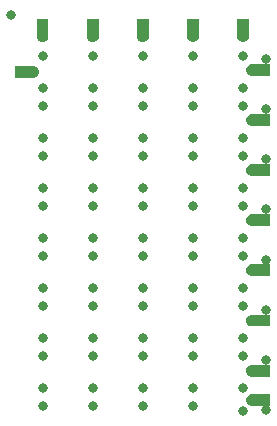
<source format=gbs>
G04*
G04 #@! TF.GenerationSoftware,Altium Limited,Altium Designer,20.1.14 (287)*
G04*
G04 Layer_Color=16711935*
%FSLAX25Y25*%
%MOIN*%
G70*
G04*
G04 #@! TF.SameCoordinates,EDD9B4B2-C76D-452E-86CE-AE9E56570F27*
G04*
G04*
G04 #@! TF.FilePolarity,Negative*
G04*
G01*
G75*
%ADD10C,0.03200*%
G36*
X249669Y388631D02*
X243372D01*
X242648Y388930D01*
X242094Y389484D01*
X241795Y390208D01*
Y390599D01*
Y390991D01*
X242094Y391714D01*
X242648Y392268D01*
X243372Y392567D01*
X243763D01*
X249669Y392567D01*
Y388631D01*
D02*
G37*
G36*
Y371926D02*
X243372D01*
X242648Y372225D01*
X242094Y372779D01*
X241795Y373503D01*
Y373894D01*
Y374286D01*
X242094Y375009D01*
X242648Y375563D01*
X243372Y375863D01*
X243763D01*
X249669Y375863D01*
Y371926D01*
D02*
G37*
G36*
Y355221D02*
X243372D01*
X242648Y355521D01*
X242094Y356075D01*
X241795Y356798D01*
Y357190D01*
Y357581D01*
X242094Y358305D01*
X242648Y358858D01*
X243372Y359158D01*
X243763D01*
X249669Y359158D01*
Y355221D01*
D02*
G37*
G36*
Y338516D02*
X243372D01*
X242648Y338816D01*
X242094Y339370D01*
X241795Y340093D01*
Y340485D01*
Y340876D01*
X242094Y341600D01*
X242648Y342154D01*
X243372Y342453D01*
X243763D01*
X249669Y342453D01*
Y338516D01*
D02*
G37*
G36*
Y321812D02*
X243372D01*
X242648Y322111D01*
X242094Y322665D01*
X241795Y323389D01*
Y323780D01*
Y324172D01*
X242094Y324895D01*
X242648Y325449D01*
X243372Y325749D01*
X243763D01*
X249669Y325749D01*
Y321812D01*
D02*
G37*
G36*
Y305107D02*
X243372D01*
X242648Y305407D01*
X242094Y305960D01*
X241795Y306684D01*
Y307075D01*
Y307467D01*
X242094Y308190D01*
X242648Y308744D01*
X243372Y309044D01*
X243763D01*
X249669Y309044D01*
Y305107D01*
D02*
G37*
G36*
Y295335D02*
X243372D01*
X242648Y295634D01*
X242094Y296188D01*
X241795Y296912D01*
Y297303D01*
Y297695D01*
X242094Y298418D01*
X242648Y298972D01*
X243372Y299272D01*
X243763D01*
X249669Y299272D01*
Y295335D01*
D02*
G37*
G36*
X242669Y418463D02*
Y418071D01*
X242369Y417347D01*
X241815Y416794D01*
X241092Y416494D01*
X240309D01*
X239585Y416794D01*
X239031Y417347D01*
X238732Y418071D01*
Y418463D01*
Y418854D01*
Y424368D01*
X242669D01*
X242669Y418463D01*
D02*
G37*
G36*
X225964D02*
Y418071D01*
X225664Y417347D01*
X225111Y416794D01*
X224387Y416494D01*
X223604D01*
X222881Y416794D01*
X222327Y417347D01*
X222027Y418071D01*
Y418463D01*
Y418854D01*
Y424368D01*
X225964D01*
X225964Y418463D01*
D02*
G37*
G36*
X209259D02*
Y418071D01*
X208960Y417347D01*
X208406Y416794D01*
X207682Y416494D01*
X206899D01*
X206176Y416794D01*
X205622Y417347D01*
X205322Y418071D01*
Y418463D01*
Y418854D01*
D01*
Y424368D01*
X209259D01*
X209259Y418463D01*
D02*
G37*
G36*
X192555D02*
Y418071D01*
X192255Y417347D01*
X191701Y416794D01*
X190978Y416494D01*
X190194D01*
X189471Y416794D01*
X188917Y417347D01*
X188618Y418071D01*
Y418463D01*
Y418854D01*
Y424368D01*
X192555D01*
X192555Y418463D01*
D02*
G37*
G36*
X175850D02*
Y418071D01*
X175550Y417347D01*
X174996Y416794D01*
X174273Y416494D01*
X173490D01*
X172766Y416794D01*
X172213Y417347D01*
X171913Y418071D01*
Y418463D01*
Y418854D01*
Y424368D01*
X175850D01*
X175850Y418463D01*
D02*
G37*
G36*
X249669Y405335D02*
X243372D01*
X242648Y405635D01*
X242094Y406189D01*
X241795Y406912D01*
Y407304D01*
Y407695D01*
X242094Y408419D01*
X242648Y408973D01*
X243372Y409272D01*
X243763D01*
X249669Y409272D01*
Y405335D01*
D02*
G37*
G36*
X170587Y408683D02*
X170978D01*
X171702Y408383D01*
X172255Y407830D01*
X172555Y407106D01*
Y406714D01*
Y406323D01*
X172255Y405599D01*
X171702Y405046D01*
X170978Y404746D01*
X164681D01*
Y408683D01*
X170587Y408683D01*
D02*
G37*
D10*
X163500Y425549D02*
D03*
X190637Y301200D02*
D03*
X190637Y345287D02*
D03*
Y361992D02*
D03*
Y378696D02*
D03*
Y395401D02*
D03*
X190637Y401426D02*
D03*
X190637Y412104D02*
D03*
X190637Y418130D02*
D03*
X207341Y301200D02*
D03*
X207342Y345287D02*
D03*
Y361992D02*
D03*
Y378696D02*
D03*
Y395401D02*
D03*
X207341Y401426D02*
D03*
X207342Y412104D02*
D03*
X207341Y418130D02*
D03*
X224046Y301200D02*
D03*
X224047Y345287D02*
D03*
Y361992D02*
D03*
Y378696D02*
D03*
Y395401D02*
D03*
X224046Y401426D02*
D03*
X224047Y412104D02*
D03*
X224046Y418130D02*
D03*
X240751Y301200D02*
D03*
X240751Y345287D02*
D03*
Y361992D02*
D03*
Y378696D02*
D03*
Y395401D02*
D03*
X240751Y401426D02*
D03*
X240751Y412104D02*
D03*
X240751Y418130D02*
D03*
X248300Y377518D02*
D03*
Y394222D02*
D03*
Y410927D02*
D03*
X190637Y311877D02*
D03*
X190637Y317904D02*
D03*
X190637Y328582D02*
D03*
X190637Y334609D02*
D03*
Y351314D02*
D03*
Y368018D02*
D03*
Y384723D02*
D03*
X207342Y311877D02*
D03*
X207341Y317904D02*
D03*
X207342Y328582D02*
D03*
X207341Y334609D02*
D03*
Y351314D02*
D03*
Y368018D02*
D03*
Y384723D02*
D03*
X224047Y311877D02*
D03*
X224046Y317904D02*
D03*
X224047Y328582D02*
D03*
X224046Y334609D02*
D03*
Y351314D02*
D03*
Y368018D02*
D03*
Y384723D02*
D03*
X240751Y317904D02*
D03*
X240751Y311877D02*
D03*
X240751Y351314D02*
D03*
Y334609D02*
D03*
X240751Y328582D02*
D03*
X240751Y384723D02*
D03*
Y368018D02*
D03*
X248300Y293994D02*
D03*
Y310699D02*
D03*
Y327403D02*
D03*
Y344108D02*
D03*
Y360813D02*
D03*
X173932Y301200D02*
D03*
X173933Y345287D02*
D03*
Y361992D02*
D03*
Y378696D02*
D03*
Y395401D02*
D03*
X173932Y401426D02*
D03*
X173933Y412104D02*
D03*
X173932Y418130D02*
D03*
X173933Y311877D02*
D03*
X173932Y317904D02*
D03*
X173933Y328582D02*
D03*
X173932Y334609D02*
D03*
Y351314D02*
D03*
Y368018D02*
D03*
Y384723D02*
D03*
X173933Y295173D02*
D03*
X224047D02*
D03*
X207342D02*
D03*
X190637D02*
D03*
X240751Y293598D02*
D03*
M02*

</source>
